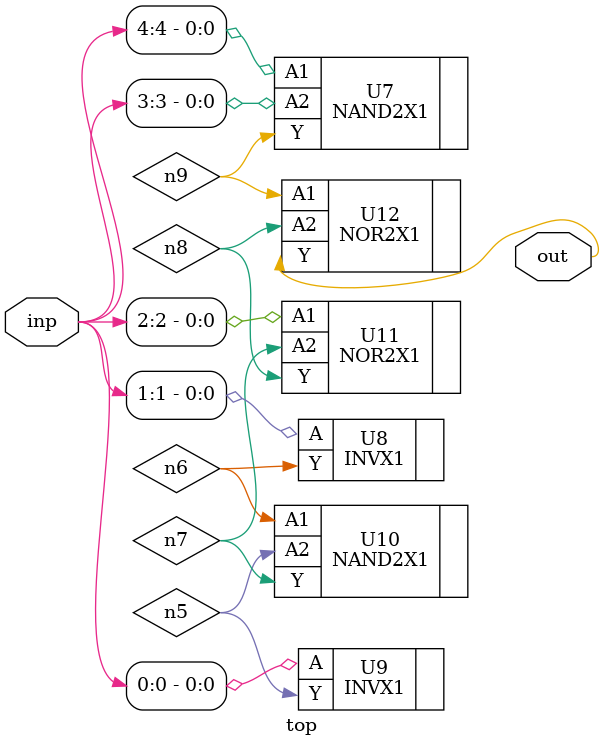
<source format=sv>


module top ( inp, out );
  input [4:0] inp;
  output out;
  wire   n5, n6, n7, n8, n9;

  NAND2X1 U7 ( .A1(inp[4]), .A2(inp[3]), .Y(n9) );
  INVX1 U8 ( .A(inp[1]), .Y(n6) );
  INVX1 U9 ( .A(inp[0]), .Y(n5) );
  NAND2X1 U10 ( .A1(n6), .A2(n5), .Y(n7) );
  NOR2X1 U11 ( .A1(inp[2]), .A2(n7), .Y(n8) );
  NOR2X1 U12 ( .A1(n9), .A2(n8), .Y(out) );
endmodule


</source>
